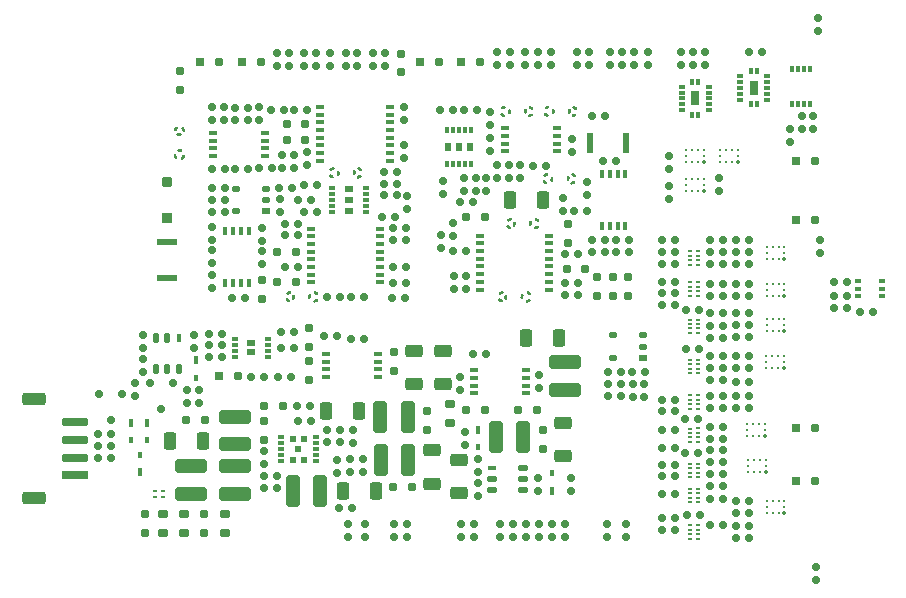
<source format=gbr>
%TF.GenerationSoftware,Altium Limited,Altium Designer,21.9.2 (33)*%
G04 Layer_Color=8421504*
%FSLAX45Y45*%
%MOMM*%
%TF.SameCoordinates,7777544D-92F5-45BF-99EE-D781317D7DBF*%
%TF.FilePolarity,Positive*%
%TF.FileFunction,Paste,Top*%
%TF.Part,Single*%
G01*
G75*
%TA.AperFunction,SMDPad,CuDef*%
G04:AMPARAMS|DCode=17|XSize=0.6mm|YSize=0.6mm|CornerRadius=0.15mm|HoleSize=0mm|Usage=FLASHONLY|Rotation=90.000|XOffset=0mm|YOffset=0mm|HoleType=Round|Shape=RoundedRectangle|*
%AMROUNDEDRECTD17*
21,1,0.60000,0.30000,0,0,90.0*
21,1,0.30000,0.60000,0,0,90.0*
1,1,0.30000,0.15000,0.15000*
1,1,0.30000,0.15000,-0.15000*
1,1,0.30000,-0.15000,-0.15000*
1,1,0.30000,-0.15000,0.15000*
%
%ADD17ROUNDEDRECTD17*%
G04:AMPARAMS|DCode=49|XSize=0.6mm|YSize=0.7mm|CornerRadius=0.15mm|HoleSize=0mm|Usage=FLASHONLY|Rotation=0.000|XOffset=0mm|YOffset=0mm|HoleType=Round|Shape=RoundedRectangle|*
%AMROUNDEDRECTD49*
21,1,0.60000,0.40000,0,0,0.0*
21,1,0.30000,0.70000,0,0,0.0*
1,1,0.30000,0.15000,-0.20000*
1,1,0.30000,-0.15000,-0.20000*
1,1,0.30000,-0.15000,0.20000*
1,1,0.30000,0.15000,0.20000*
%
%ADD49ROUNDEDRECTD49*%
G04:AMPARAMS|DCode=50|XSize=0.6mm|YSize=0.6mm|CornerRadius=0.15mm|HoleSize=0mm|Usage=FLASHONLY|Rotation=0.000|XOffset=0mm|YOffset=0mm|HoleType=Round|Shape=RoundedRectangle|*
%AMROUNDEDRECTD50*
21,1,0.60000,0.30000,0,0,0.0*
21,1,0.30000,0.60000,0,0,0.0*
1,1,0.30000,0.15000,-0.15000*
1,1,0.30000,-0.15000,-0.15000*
1,1,0.30000,-0.15000,0.15000*
1,1,0.30000,0.15000,0.15000*
%
%ADD50ROUNDEDRECTD50*%
%ADD55R,2.20000X0.70000*%
G04:AMPARAMS|DCode=56|XSize=2.2mm|YSize=0.7mm|CornerRadius=0.175mm|HoleSize=0mm|Usage=FLASHONLY|Rotation=180.000|XOffset=0mm|YOffset=0mm|HoleType=Round|Shape=RoundedRectangle|*
%AMROUNDEDRECTD56*
21,1,2.20000,0.35000,0,0,180.0*
21,1,1.85000,0.70000,0,0,180.0*
1,1,0.35000,-0.92500,0.17500*
1,1,0.35000,0.92500,0.17500*
1,1,0.35000,0.92500,-0.17500*
1,1,0.35000,-0.92500,-0.17500*
%
%ADD56ROUNDEDRECTD56*%
G04:AMPARAMS|DCode=57|XSize=2mm|YSize=1.1mm|CornerRadius=0.275mm|HoleSize=0mm|Usage=FLASHONLY|Rotation=180.000|XOffset=0mm|YOffset=0mm|HoleType=Round|Shape=RoundedRectangle|*
%AMROUNDEDRECTD57*
21,1,2.00000,0.55000,0,0,180.0*
21,1,1.45000,1.10000,0,0,180.0*
1,1,0.55000,-0.72500,0.27500*
1,1,0.55000,0.72500,0.27500*
1,1,0.55000,0.72500,-0.27500*
1,1,0.55000,-0.72500,-0.27500*
%
%ADD57ROUNDEDRECTD57*%
%TA.AperFunction,NonConductor*%
%ADD127C,0.25000*%
%ADD128R,0.40000X0.25000*%
%ADD129R,0.50000X0.30000*%
%ADD130R,0.30000X0.50000*%
%ADD131R,0.40000X0.25000*%
%ADD132R,0.60000X0.60000*%
%ADD133R,0.65000X0.40000*%
%ADD134R,0.80000X0.60000*%
%ADD135R,0.50000X0.40000*%
%ADD136R,0.30000X0.55000*%
%ADD137R,0.70000X0.60000*%
%ADD138R,0.70000X0.60000*%
%ADD139R,0.55000X0.30000*%
%ADD140R,0.55000X0.30000*%
%ADD141R,0.40000X0.65000*%
%ADD142R,0.60000X0.70000*%
%ADD143R,0.60000X0.70000*%
%ADD144R,0.30000X0.55000*%
%ADD145R,1.70000X0.55000*%
%ADD146R,0.55000X1.70000*%
%TA.AperFunction,BGAPad,CuDef*%
%ADD147C,0.31000*%
%TA.AperFunction,SMDPad,CuDef*%
G04:AMPARAMS|DCode=148|XSize=0.31mm|YSize=0.31mm|CornerRadius=0.0675mm|HoleSize=0mm|Usage=FLASHONLY|Rotation=180.000|XOffset=0mm|YOffset=0mm|HoleType=Round|Shape=RoundedRectangle|*
%AMROUNDEDRECTD148*
21,1,0.31000,0.17500,0,0,180.0*
21,1,0.17500,0.31000,0,0,180.0*
1,1,0.13500,-0.08750,0.08750*
1,1,0.13500,0.08750,0.08750*
1,1,0.13500,0.08750,-0.08750*
1,1,0.13500,-0.08750,-0.08750*
%
%ADD148ROUNDEDRECTD148*%
G04:AMPARAMS|DCode=149|XSize=0.7mm|YSize=1.2mm|CornerRadius=0.1mm|HoleSize=0mm|Usage=FLASHONLY|Rotation=0.000|XOffset=0mm|YOffset=0mm|HoleType=Round|Shape=RoundedRectangle|*
%AMROUNDEDRECTD149*
21,1,0.70000,1.00000,0,0,0.0*
21,1,0.50000,1.20000,0,0,0.0*
1,1,0.20000,0.25000,-0.50000*
1,1,0.20000,-0.25000,-0.50000*
1,1,0.20000,-0.25000,0.50000*
1,1,0.20000,0.25000,0.50000*
%
%ADD149ROUNDEDRECTD149*%
%ADD150R,0.80000X0.45000*%
G04:AMPARAMS|DCode=151|XSize=0.45mm|YSize=0.8mm|CornerRadius=0.0875mm|HoleSize=0mm|Usage=FLASHONLY|Rotation=90.000|XOffset=0mm|YOffset=0mm|HoleType=Round|Shape=RoundedRectangle|*
%AMROUNDEDRECTD151*
21,1,0.45000,0.62500,0,0,90.0*
21,1,0.27500,0.80000,0,0,90.0*
1,1,0.17500,0.31250,0.13750*
1,1,0.17500,0.31250,-0.13750*
1,1,0.17500,-0.31250,-0.13750*
1,1,0.17500,-0.31250,0.13750*
%
%ADD151ROUNDEDRECTD151*%
%ADD152R,0.45000X0.80000*%
G04:AMPARAMS|DCode=153|XSize=0.45mm|YSize=0.8mm|CornerRadius=0.0875mm|HoleSize=0mm|Usage=FLASHONLY|Rotation=0.000|XOffset=0mm|YOffset=0mm|HoleType=Round|Shape=RoundedRectangle|*
%AMROUNDEDRECTD153*
21,1,0.45000,0.62500,0,0,0.0*
21,1,0.27500,0.80000,0,0,0.0*
1,1,0.17500,0.13750,-0.31250*
1,1,0.17500,-0.13750,-0.31250*
1,1,0.17500,-0.13750,0.31250*
1,1,0.17500,0.13750,0.31250*
%
%ADD153ROUNDEDRECTD153*%
%ADD154R,0.70000X0.50000*%
G04:AMPARAMS|DCode=155|XSize=0.5mm|YSize=0.7mm|CornerRadius=0.1mm|HoleSize=0mm|Usage=FLASHONLY|Rotation=270.000|XOffset=0mm|YOffset=0mm|HoleType=Round|Shape=RoundedRectangle|*
%AMROUNDEDRECTD155*
21,1,0.50000,0.50000,0,0,270.0*
21,1,0.30000,0.70000,0,0,270.0*
1,1,0.20000,-0.25000,-0.15000*
1,1,0.20000,-0.25000,0.15000*
1,1,0.20000,0.25000,0.15000*
1,1,0.20000,0.25000,-0.15000*
%
%ADD155ROUNDEDRECTD155*%
G04:AMPARAMS|DCode=156|XSize=2.7mm|YSize=1.2mm|CornerRadius=0.275mm|HoleSize=0mm|Usage=FLASHONLY|Rotation=90.000|XOffset=0mm|YOffset=0mm|HoleType=Round|Shape=RoundedRectangle|*
%AMROUNDEDRECTD156*
21,1,2.70000,0.65000,0,0,90.0*
21,1,2.15000,1.20000,0,0,90.0*
1,1,0.55000,0.32500,1.07500*
1,1,0.55000,0.32500,-1.07500*
1,1,0.55000,-0.32500,-1.07500*
1,1,0.55000,-0.32500,1.07500*
%
%ADD156ROUNDEDRECTD156*%
G04:AMPARAMS|DCode=157|XSize=2.7mm|YSize=1.2mm|CornerRadius=0.275mm|HoleSize=0mm|Usage=FLASHONLY|Rotation=0.000|XOffset=0mm|YOffset=0mm|HoleType=Round|Shape=RoundedRectangle|*
%AMROUNDEDRECTD157*
21,1,2.70000,0.65000,0,0,0.0*
21,1,2.15000,1.20000,0,0,0.0*
1,1,0.55000,1.07500,-0.32500*
1,1,0.55000,-1.07500,-0.32500*
1,1,0.55000,-1.07500,0.32500*
1,1,0.55000,1.07500,0.32500*
%
%ADD157ROUNDEDRECTD157*%
G04:AMPARAMS|DCode=158|XSize=0.8mm|YSize=0.7mm|CornerRadius=0.15mm|HoleSize=0mm|Usage=FLASHONLY|Rotation=180.000|XOffset=0mm|YOffset=0mm|HoleType=Round|Shape=RoundedRectangle|*
%AMROUNDEDRECTD158*
21,1,0.80000,0.40000,0,0,180.0*
21,1,0.50000,0.70000,0,0,180.0*
1,1,0.30000,-0.25000,0.20000*
1,1,0.30000,0.25000,0.20000*
1,1,0.30000,0.25000,-0.20000*
1,1,0.30000,-0.25000,-0.20000*
%
%ADD158ROUNDEDRECTD158*%
%ADD159R,0.70000X0.70000*%
G04:AMPARAMS|DCode=160|XSize=0.7mm|YSize=0.7mm|CornerRadius=0.15mm|HoleSize=0mm|Usage=FLASHONLY|Rotation=90.000|XOffset=0mm|YOffset=0mm|HoleType=Round|Shape=RoundedRectangle|*
%AMROUNDEDRECTD160*
21,1,0.70000,0.40000,0,0,90.0*
21,1,0.40000,0.70000,0,0,90.0*
1,1,0.30000,0.20000,0.20000*
1,1,0.30000,0.20000,-0.20000*
1,1,0.30000,-0.20000,-0.20000*
1,1,0.30000,-0.20000,0.20000*
%
%ADD160ROUNDEDRECTD160*%
%ADD161R,0.40000X0.60000*%
G04:AMPARAMS|DCode=162|XSize=0.4mm|YSize=0.6mm|CornerRadius=0.075mm|HoleSize=0mm|Usage=FLASHONLY|Rotation=180.000|XOffset=0mm|YOffset=0mm|HoleType=Round|Shape=RoundedRectangle|*
%AMROUNDEDRECTD162*
21,1,0.40000,0.45000,0,0,180.0*
21,1,0.25000,0.60000,0,0,180.0*
1,1,0.15000,-0.12500,0.22500*
1,1,0.15000,0.12500,0.22500*
1,1,0.15000,0.12500,-0.22500*
1,1,0.15000,-0.12500,-0.22500*
%
%ADD162ROUNDEDRECTD162*%
%ADD163R,0.90000X0.90000*%
G04:AMPARAMS|DCode=164|XSize=0.9mm|YSize=0.9mm|CornerRadius=0.175mm|HoleSize=0mm|Usage=FLASHONLY|Rotation=180.000|XOffset=0mm|YOffset=0mm|HoleType=Round|Shape=RoundedRectangle|*
%AMROUNDEDRECTD164*
21,1,0.90000,0.55000,0,0,180.0*
21,1,0.55000,0.90000,0,0,180.0*
1,1,0.35000,-0.27500,0.27500*
1,1,0.35000,0.27500,0.27500*
1,1,0.35000,0.27500,-0.27500*
1,1,0.35000,-0.27500,-0.27500*
%
%ADD164ROUNDEDRECTD164*%
G04:AMPARAMS|DCode=165|XSize=1.45mm|YSize=1.05mm|CornerRadius=0.2125mm|HoleSize=0mm|Usage=FLASHONLY|Rotation=0.000|XOffset=0mm|YOffset=0mm|HoleType=Round|Shape=RoundedRectangle|*
%AMROUNDEDRECTD165*
21,1,1.45000,0.62500,0,0,0.0*
21,1,1.02500,1.05000,0,0,0.0*
1,1,0.42500,0.51250,-0.31250*
1,1,0.42500,-0.51250,-0.31250*
1,1,0.42500,-0.51250,0.31250*
1,1,0.42500,0.51250,0.31250*
%
%ADD165ROUNDEDRECTD165*%
G04:AMPARAMS|DCode=166|XSize=1.45mm|YSize=1.05mm|CornerRadius=0.2125mm|HoleSize=0mm|Usage=FLASHONLY|Rotation=270.000|XOffset=0mm|YOffset=0mm|HoleType=Round|Shape=RoundedRectangle|*
%AMROUNDEDRECTD166*
21,1,1.45000,0.62500,0,0,270.0*
21,1,1.02500,1.05000,0,0,270.0*
1,1,0.42500,-0.31250,-0.51250*
1,1,0.42500,-0.31250,0.51250*
1,1,0.42500,0.31250,0.51250*
1,1,0.42500,0.31250,-0.51250*
%
%ADD166ROUNDEDRECTD166*%
G04:AMPARAMS|DCode=167|XSize=0.7mm|YSize=0.7mm|CornerRadius=0.15mm|HoleSize=0mm|Usage=FLASHONLY|Rotation=180.000|XOffset=0mm|YOffset=0mm|HoleType=Round|Shape=RoundedRectangle|*
%AMROUNDEDRECTD167*
21,1,0.70000,0.40000,0,0,180.0*
21,1,0.40000,0.70000,0,0,180.0*
1,1,0.30000,-0.20000,0.20000*
1,1,0.30000,0.20000,0.20000*
1,1,0.30000,0.20000,-0.20000*
1,1,0.30000,-0.20000,-0.20000*
%
%ADD167ROUNDEDRECTD167*%
D17*
X3750000Y2710000D02*
D03*
X3860000D02*
D03*
X6995000Y1609999D02*
D03*
X7105000D02*
D03*
X6995000Y1000000D02*
D03*
X7105000D02*
D03*
X6995000Y1310000D02*
D03*
X7105000D02*
D03*
X6995000Y2109999D02*
D03*
X7105000D02*
D03*
X6995000Y1770000D02*
D03*
X7105000D02*
D03*
X6995000Y2570000D02*
D03*
X7105000D02*
D03*
X6995000Y2719999D02*
D03*
X7105000D02*
D03*
X6995000Y2819999D02*
D03*
X7105000D02*
D03*
X6995000Y2989999D02*
D03*
X7105000D02*
D03*
X6995000Y3089999D02*
D03*
X7105000D02*
D03*
X8045000Y2620000D02*
D03*
X8155000D02*
D03*
X8045000Y2720000D02*
D03*
X8155000D02*
D03*
X3865000Y1580000D02*
D03*
X3755000D02*
D03*
Y1480000D02*
D03*
X3865000D02*
D03*
X3105000Y2030000D02*
D03*
X3215000D02*
D03*
X1925000Y1550000D02*
D03*
X1815000D02*
D03*
Y1450000D02*
D03*
X1925000D02*
D03*
X2755000Y2400000D02*
D03*
X2865000D02*
D03*
X2755000Y2300000D02*
D03*
X2865000D02*
D03*
Y2200000D02*
D03*
X2755000D02*
D03*
X3365000Y2280000D02*
D03*
X3475000D02*
D03*
X6995000Y1509999D02*
D03*
X7105000D02*
D03*
X6995000Y2009999D02*
D03*
X7105000D02*
D03*
X6995000Y1110000D02*
D03*
X7105000D02*
D03*
X6995000Y2360000D02*
D03*
X7105000D02*
D03*
X7215000Y770000D02*
D03*
X7325000D02*
D03*
X6995000Y779999D02*
D03*
X7105000D02*
D03*
X6695000Y739999D02*
D03*
X6585001D02*
D03*
X6995000Y1210000D02*
D03*
X7105000D02*
D03*
X6695000Y1190000D02*
D03*
X6585000D02*
D03*
X7215000Y980000D02*
D03*
X7325000D02*
D03*
X6695000Y1040000D02*
D03*
X6585000D02*
D03*
X6695000Y1290000D02*
D03*
X6585000D02*
D03*
X6694996Y1579214D02*
D03*
X6584996D02*
D03*
X7215000Y1769999D02*
D03*
X7325000D02*
D03*
X6695000Y1739999D02*
D03*
X6585001D02*
D03*
X7215000Y2109999D02*
D03*
X7325000D02*
D03*
X7215000Y2209999D02*
D03*
X7325000D02*
D03*
X6995000D02*
D03*
X7105000D02*
D03*
X7215000Y2469999D02*
D03*
X7325000D02*
D03*
X6995000Y2460000D02*
D03*
X7105000D02*
D03*
X7215000Y2569999D02*
D03*
X7325000D02*
D03*
X7215000Y2719999D02*
D03*
X7325000D02*
D03*
X6695000Y2739999D02*
D03*
X6585001D02*
D03*
X7215000Y2819999D02*
D03*
X7325000D02*
D03*
X6695000Y2839999D02*
D03*
X6585001D02*
D03*
X7215000Y2989999D02*
D03*
X7325000D02*
D03*
X6695000D02*
D03*
X6585001D02*
D03*
X7215000Y3089999D02*
D03*
X7325000D02*
D03*
X6695000D02*
D03*
X6585001D02*
D03*
X3055000Y2700000D02*
D03*
X2945000D02*
D03*
X3665000Y3430000D02*
D03*
X3555000D02*
D03*
X3615000Y3530000D02*
D03*
X3505000D02*
D03*
X4315000Y2960000D02*
D03*
X4425000D02*
D03*
X3665000Y3660000D02*
D03*
X3555000D02*
D03*
X4215000Y3390000D02*
D03*
X4325000D02*
D03*
X4065000Y2710000D02*
D03*
X3955000D02*
D03*
X2885000Y3630000D02*
D03*
X2775000D02*
D03*
X3085000Y4310000D02*
D03*
X2975000D02*
D03*
X3175000Y3800000D02*
D03*
X3285000D02*
D03*
X4415000Y2700000D02*
D03*
X4305000D02*
D03*
X4815000Y3100000D02*
D03*
X4925000D02*
D03*
X5955000Y3440000D02*
D03*
X5845000D02*
D03*
X5995000Y4240000D02*
D03*
X6105000D02*
D03*
X4815000Y4290000D02*
D03*
X4705000D02*
D03*
X4915000D02*
D03*
X5025000D02*
D03*
X5495000Y3820000D02*
D03*
X5605000D02*
D03*
X6585000Y840000D02*
D03*
X6695000D02*
D03*
X7215000Y670000D02*
D03*
X7325000D02*
D03*
X7215000Y1870000D02*
D03*
X7325000D02*
D03*
X6795000Y2270000D02*
D03*
X6905000D02*
D03*
X7105000Y1870000D02*
D03*
X6995000D02*
D03*
X4065000Y2350000D02*
D03*
X3955000D02*
D03*
X6800000Y859999D02*
D03*
X6910000D02*
D03*
X6785000Y1390000D02*
D03*
X6895000D02*
D03*
X7435000Y4780000D02*
D03*
X7325000D02*
D03*
X7215000Y3190000D02*
D03*
X7325000D02*
D03*
X7215000Y880000D02*
D03*
X7325000D02*
D03*
X7215000Y1990000D02*
D03*
X7325000D02*
D03*
X7215000Y2370000D02*
D03*
X7325000D02*
D03*
X6995000Y1410000D02*
D03*
X7105000D02*
D03*
X8265000Y2580000D02*
D03*
X8375000D02*
D03*
X3965000Y920000D02*
D03*
X3855000D02*
D03*
X3505000Y1660000D02*
D03*
X3615000D02*
D03*
X3495000Y1790000D02*
D03*
X3605000D02*
D03*
X7105000Y3189999D02*
D03*
X6995000D02*
D03*
X3325000Y1090000D02*
D03*
X3215000D02*
D03*
Y1190000D02*
D03*
X3325000D02*
D03*
X3725000Y2380000D02*
D03*
X3835000D02*
D03*
X5095000Y2230000D02*
D03*
X4985000D02*
D03*
X1815000Y1350000D02*
D03*
X1925000D02*
D03*
X3475000Y2410000D02*
D03*
X3365000D02*
D03*
X6135000Y1970000D02*
D03*
X6245000D02*
D03*
X6135000Y2070000D02*
D03*
X6245000D02*
D03*
X6445000D02*
D03*
X6335000D02*
D03*
X8045000Y2840000D02*
D03*
X8155000D02*
D03*
X6585001Y3189999D02*
D03*
X6695000D02*
D03*
X6585001Y2640000D02*
D03*
X6695000D02*
D03*
X6585001Y1839999D02*
D03*
X6695000D02*
D03*
X6585000Y1430000D02*
D03*
X6695000D02*
D03*
X6785000Y1680000D02*
D03*
X6895000D02*
D03*
X6795000Y2600000D02*
D03*
X6905000D02*
D03*
X6135000Y1870000D02*
D03*
X6245000D02*
D03*
X3085000Y3790000D02*
D03*
X2975000D02*
D03*
X2775000D02*
D03*
X2885000D02*
D03*
X3395000Y3330000D02*
D03*
X3505000D02*
D03*
X3395000Y3230000D02*
D03*
X3505000D02*
D03*
X4425000Y3190000D02*
D03*
X4315000D02*
D03*
X4425000Y3290000D02*
D03*
X4315000D02*
D03*
X3275000Y4290000D02*
D03*
X3385000D02*
D03*
X3475000D02*
D03*
X3585000D02*
D03*
X3445000Y2030000D02*
D03*
X3335000D02*
D03*
X2775000Y3430000D02*
D03*
X2885000D02*
D03*
X4345000Y3570000D02*
D03*
X4235000D02*
D03*
X3395000Y2960000D02*
D03*
X3505000D02*
D03*
X4345000Y3770000D02*
D03*
X4235000D02*
D03*
X4345000Y3670000D02*
D03*
X4235000D02*
D03*
X3455000Y3630000D02*
D03*
X3345000D02*
D03*
X2775000Y3530000D02*
D03*
X2885000D02*
D03*
X3085000Y4210000D02*
D03*
X2975000D02*
D03*
X4425000Y2830000D02*
D03*
X4315000D02*
D03*
X5875000Y2730000D02*
D03*
X5765000D02*
D03*
X5875000Y2830000D02*
D03*
X5765000D02*
D03*
X6105000Y3090000D02*
D03*
X5995000D02*
D03*
X6105000Y3190000D02*
D03*
X5995000D02*
D03*
X6195000Y3090000D02*
D03*
X6305000D02*
D03*
X6195000Y3190000D02*
D03*
X6305000D02*
D03*
X4985000Y3510000D02*
D03*
X4875000D02*
D03*
X5875000Y3070000D02*
D03*
X5765000D02*
D03*
X6085000Y3860000D02*
D03*
X6195000D02*
D03*
D49*
X2015000Y1890000D02*
D03*
X1825000D02*
D03*
X1920000Y1670000D02*
D03*
X2445000Y1980000D02*
D03*
X2255000D02*
D03*
X2350000Y1760000D02*
D03*
D50*
X6470000Y4785000D02*
D03*
Y4675000D02*
D03*
X6350000D02*
D03*
Y4785000D02*
D03*
X6250000D02*
D03*
Y4675000D02*
D03*
X6150000D02*
D03*
Y4785000D02*
D03*
X3970000Y1475000D02*
D03*
Y1585000D02*
D03*
X3950000Y1335000D02*
D03*
Y1225000D02*
D03*
X5820000Y1065000D02*
D03*
Y1175000D02*
D03*
X5030000Y1025000D02*
D03*
Y1135000D02*
D03*
Y1225000D02*
D03*
Y1335000D02*
D03*
X3560000Y4665000D02*
D03*
Y4775000D02*
D03*
X2130000Y1985000D02*
D03*
Y1875000D02*
D03*
X2190000Y2075000D02*
D03*
Y2185000D02*
D03*
Y2385000D02*
D03*
Y2275000D02*
D03*
X2570000Y1810000D02*
D03*
Y1920000D02*
D03*
X5190000Y4675000D02*
D03*
Y4785000D02*
D03*
X3330000Y4665000D02*
D03*
Y4775000D02*
D03*
X5300000Y4675000D02*
D03*
Y4785000D02*
D03*
X3430000Y4665000D02*
D03*
Y4775000D02*
D03*
X4320000Y676000D02*
D03*
Y786000D02*
D03*
X4430000Y676000D02*
D03*
Y786000D02*
D03*
X5970000Y4785000D02*
D03*
Y4675000D02*
D03*
X5870000Y4785000D02*
D03*
Y4675000D02*
D03*
X6280000Y675000D02*
D03*
Y785000D02*
D03*
X6340000Y1975000D02*
D03*
Y1865000D02*
D03*
X6120000Y675000D02*
D03*
Y785000D02*
D03*
X6750000Y4675000D02*
D03*
Y4785000D02*
D03*
X6850000Y4675000D02*
D03*
Y4785000D02*
D03*
X5770000Y675000D02*
D03*
Y785000D02*
D03*
X5660000Y675000D02*
D03*
Y785000D02*
D03*
X5550000D02*
D03*
Y675000D02*
D03*
X5440000D02*
D03*
Y785000D02*
D03*
X5540000Y4785000D02*
D03*
Y4675000D02*
D03*
X5330000Y675000D02*
D03*
Y785000D02*
D03*
X5220000Y675000D02*
D03*
Y785000D02*
D03*
X5430000Y4675000D02*
D03*
Y4785000D02*
D03*
X5000000Y675000D02*
D03*
Y785000D02*
D03*
X5650000Y4785000D02*
D03*
Y4675000D02*
D03*
X4890000Y675000D02*
D03*
Y785000D02*
D03*
X4070000Y676000D02*
D03*
Y786000D02*
D03*
X3930000D02*
D03*
Y676000D02*
D03*
X4240000Y4775000D02*
D03*
Y4665000D02*
D03*
X4140000D02*
D03*
Y4775000D02*
D03*
X4010000D02*
D03*
Y4665000D02*
D03*
X3910000D02*
D03*
Y4775000D02*
D03*
X3780000D02*
D03*
Y4665000D02*
D03*
X6440000Y1975000D02*
D03*
Y1865000D02*
D03*
X7670000Y4135000D02*
D03*
Y4025000D02*
D03*
X7770000Y4245000D02*
D03*
Y4135000D02*
D03*
X3180000Y4315000D02*
D03*
Y4205000D02*
D03*
X4400000Y3995000D02*
D03*
Y3885000D02*
D03*
X2880000Y4205000D02*
D03*
Y4315000D02*
D03*
X3470000Y3915000D02*
D03*
Y3805000D02*
D03*
X5950000Y3685000D02*
D03*
Y3575000D02*
D03*
X4720000Y3125000D02*
D03*
Y3235000D02*
D03*
X4730000Y3695000D02*
D03*
Y3585000D02*
D03*
X5130000Y4275000D02*
D03*
Y4165000D02*
D03*
X5390000Y3825000D02*
D03*
Y3715000D02*
D03*
X6950000Y4675000D02*
D03*
Y4785000D02*
D03*
X2670000Y1920000D02*
D03*
Y1810000D02*
D03*
X7070000Y3605000D02*
D03*
Y3715000D02*
D03*
X6650000Y3535000D02*
D03*
Y3645000D02*
D03*
X7930000Y3195000D02*
D03*
Y3085000D02*
D03*
X7890000Y425000D02*
D03*
Y315000D02*
D03*
X7910000Y5075000D02*
D03*
Y4965000D02*
D03*
X3840000Y1325000D02*
D03*
Y1215000D02*
D03*
X3220000Y1295000D02*
D03*
Y1405000D02*
D03*
X4060000Y1335000D02*
D03*
Y1225000D02*
D03*
X5540000Y1065000D02*
D03*
Y1175000D02*
D03*
X5550000Y2045000D02*
D03*
Y1935000D02*
D03*
X4880000Y2035000D02*
D03*
Y1925000D02*
D03*
X3660000Y4665000D02*
D03*
Y4775000D02*
D03*
X4920000Y1565000D02*
D03*
Y1455000D02*
D03*
X2630000Y2385000D02*
D03*
Y2275000D02*
D03*
X7870000Y4135000D02*
D03*
Y4245000D02*
D03*
X6650000Y3795000D02*
D03*
Y3905000D02*
D03*
X5750000Y3545000D02*
D03*
Y3435000D02*
D03*
X4400000Y4205000D02*
D03*
Y4315000D02*
D03*
X3200000Y2985000D02*
D03*
Y3095000D02*
D03*
Y3295000D02*
D03*
Y3185000D02*
D03*
X2780000Y2995000D02*
D03*
Y3105000D02*
D03*
Y3305000D02*
D03*
Y3195000D02*
D03*
X3350000Y3425000D02*
D03*
Y3535000D02*
D03*
X4430000Y3565000D02*
D03*
Y3455000D02*
D03*
X2780000Y2785000D02*
D03*
Y2895000D02*
D03*
X3580000Y3825000D02*
D03*
Y3935000D02*
D03*
X2780000Y4315000D02*
D03*
Y4205000D02*
D03*
X3370000Y3915000D02*
D03*
Y3805000D02*
D03*
X4830000Y2885000D02*
D03*
Y2775000D02*
D03*
X4930000Y2885000D02*
D03*
Y2775000D02*
D03*
X5190000Y3715000D02*
D03*
Y3825000D02*
D03*
X5290000Y3715000D02*
D03*
Y3825000D02*
D03*
X4910000Y3605000D02*
D03*
Y3715000D02*
D03*
X5100000Y3605000D02*
D03*
Y3715000D02*
D03*
X5010000D02*
D03*
Y3605000D02*
D03*
X5830000Y3935000D02*
D03*
Y4045000D02*
D03*
X4820000Y3335000D02*
D03*
Y3225000D02*
D03*
X5130000Y3945000D02*
D03*
Y4055000D02*
D03*
D55*
X1620000Y1200000D02*
D03*
D56*
Y1350000D02*
D03*
Y1500000D02*
D03*
Y1650000D02*
D03*
D57*
X1270000Y1845000D02*
D03*
Y1005000D02*
D03*
D127*
X2515120Y3947832D02*
G03*
X2495525Y3949546I-12997J-35708D01*
G01*
X2526549Y3883014D02*
G03*
X2537832Y3899127I-24426J29110D01*
G01*
X2464701Y3905525D02*
G03*
X2473014Y3887698I37423J6599D01*
G01*
X2489135Y4086415D02*
G03*
X2508730Y4084701I12997J35708D01*
G01*
X2477764Y4139233D02*
G03*
X2466481Y4123120I24426J-29110D01*
G01*
X2539546Y4116722D02*
G03*
X2531233Y4134550I-37423J-6599D01*
G01*
X3604292Y2722997D02*
G03*
X3602578Y2703401I35708J-12997D01*
G01*
X3669110Y2734426D02*
G03*
X3652997Y2745708I-29110J-24426D01*
G01*
X3646599Y2672577D02*
G03*
X3664426Y2680890I-6599J37423D01*
G01*
X3465708Y2697011D02*
G03*
X3467423Y2716607I-35708J12997D01*
G01*
X3412890Y2685640D02*
G03*
X3429003Y2674358I29110J24426D01*
G01*
X3435401Y2747422D02*
G03*
X3417574Y2739110I6599J-37423D01*
G01*
X3845708Y3747003D02*
G03*
X3847423Y3766599I-35708J12997D01*
G01*
X3780890Y3735574D02*
G03*
X3797003Y3724292I29110J24426D01*
G01*
X3803401Y3797422D02*
G03*
X3785574Y3789110I6599J-37423D01*
G01*
X3984292Y3772988D02*
G03*
X3982578Y3753393I35708J-12997D01*
G01*
X4037110Y3784359D02*
G03*
X4020997Y3795642I-29110J-24426D01*
G01*
X4014599Y3722577D02*
G03*
X4032426Y3730890I-6599J37423D01*
G01*
X5404292Y2722997D02*
G03*
X5402577Y2703401I35708J-12997D01*
G01*
X5469110Y2734426D02*
G03*
X5452997Y2745708I-29110J-24426D01*
G01*
X5446599Y2672577D02*
G03*
X5464426Y2680890I-6599J37423D01*
G01*
X5265708Y2697011D02*
G03*
X5267423Y2716607I-35708J12997D01*
G01*
X5212890Y2685640D02*
G03*
X5229003Y2674358I29110J24426D01*
G01*
X5235401Y2747422D02*
G03*
X5217574Y2739110I6599J-37423D01*
G01*
X5474292Y3342997D02*
G03*
X5472578Y3323401I35708J-12997D01*
G01*
X5539110Y3354426D02*
G03*
X5522997Y3365708I-29110J-24426D01*
G01*
X5516599Y3292577D02*
G03*
X5534426Y3300890I-6599J37423D01*
G01*
X5335708Y3317011D02*
G03*
X5337423Y3336607I-35708J12997D01*
G01*
X5282890Y3305640D02*
G03*
X5299003Y3294358I29110J24426D01*
G01*
X5305401Y3367423D02*
G03*
X5287574Y3359110I6599J-37423D01*
G01*
X5665708Y4267003D02*
G03*
X5667422Y4286599I-35708J12997D01*
G01*
X5600890Y4255574D02*
G03*
X5617003Y4244292I29110J24426D01*
G01*
X5623401Y4317423D02*
G03*
X5605574Y4309110I6599J-37423D01*
G01*
X5804292Y4292989D02*
G03*
X5802577Y4273393I35708J-12997D01*
G01*
X5857110Y4304360D02*
G03*
X5840997Y4315642I-29110J-24426D01*
G01*
X5834599Y4242577D02*
G03*
X5852426Y4250890I-6599J37423D01*
G01*
X5295708Y4267003D02*
G03*
X5297422Y4286599I-35708J12997D01*
G01*
X5230890Y4255574D02*
G03*
X5247003Y4244292I29110J24426D01*
G01*
X5253401Y4317423D02*
G03*
X5235574Y4309110I6599J-37423D01*
G01*
X5434292Y4292989D02*
G03*
X5432577Y4273393I35708J-12997D01*
G01*
X5487110Y4304360D02*
G03*
X5470997Y4315642I-29110J-24426D01*
G01*
X5464599Y4242577D02*
G03*
X5482426Y4250890I-6599J37423D01*
G01*
X5655708Y3697003D02*
G03*
X5657423Y3716599I-35708J12997D01*
G01*
X5590890Y3685574D02*
G03*
X5607003Y3674292I29110J24426D01*
G01*
X5613401Y3747423D02*
G03*
X5595574Y3739110I6599J-37423D01*
G01*
X5794292Y3722988D02*
G03*
X5792577Y3703393I35708J-12997D01*
G01*
X5847110Y3734360D02*
G03*
X5830997Y3745642I-29110J-24426D01*
G01*
X5824599Y3672577D02*
G03*
X5842426Y3680890I-6599J37423D01*
G01*
D128*
X2367000Y1064500D02*
D03*
Y1015500D02*
D03*
X2293000D02*
D03*
Y1064500D02*
D03*
D129*
X6755000Y4490000D02*
D03*
Y4440000D02*
D03*
Y4390000D02*
D03*
Y4340000D02*
D03*
Y4290000D02*
D03*
X6985000D02*
D03*
Y4340000D02*
D03*
Y4390000D02*
D03*
Y4440000D02*
D03*
Y4490000D02*
D03*
X7479997Y4580001D02*
D03*
Y4530001D02*
D03*
Y4480001D02*
D03*
Y4430001D02*
D03*
Y4380001D02*
D03*
X7249997D02*
D03*
Y4430001D02*
D03*
Y4480001D02*
D03*
Y4530001D02*
D03*
Y4580001D02*
D03*
X3660000Y1520000D02*
D03*
Y1470000D02*
D03*
Y1420000D02*
D03*
Y1370000D02*
D03*
Y1320000D02*
D03*
X3360000D02*
D03*
Y1370000D02*
D03*
Y1420000D02*
D03*
Y1470000D02*
D03*
Y1520000D02*
D03*
X2969999Y2354999D02*
D03*
Y2304999D02*
D03*
Y2255000D02*
D03*
Y2205000D02*
D03*
X3249999D02*
D03*
Y2255000D02*
D03*
Y2304999D02*
D03*
Y2355000D02*
D03*
D130*
X6845000Y4530000D02*
D03*
X6895000D02*
D03*
X6845000Y4250000D02*
D03*
X6895000D02*
D03*
X7389998Y4340000D02*
D03*
X7339998D02*
D03*
X7389998Y4620000D02*
D03*
X7339998D02*
D03*
D131*
X6895614Y701056D02*
D03*
Y738867D02*
D03*
Y775841D02*
D03*
Y664349D02*
D03*
X6824500Y738944D02*
D03*
Y701133D02*
D03*
Y664158D02*
D03*
Y775651D02*
D03*
X6895614Y1521055D02*
D03*
Y1558866D02*
D03*
Y1595840D02*
D03*
X6895614Y1484348D02*
D03*
X6824500Y1558943D02*
D03*
Y1521132D02*
D03*
Y1484157D02*
D03*
Y1595650D02*
D03*
X6895614Y1801056D02*
D03*
Y1838867D02*
D03*
Y1875841D02*
D03*
Y1764349D02*
D03*
X6824500Y1838944D02*
D03*
Y1801133D02*
D03*
Y1764158D02*
D03*
Y1875651D02*
D03*
X6895614Y1011056D02*
D03*
Y1048867D02*
D03*
Y1085841D02*
D03*
Y974349D02*
D03*
X6824500Y1048944D02*
D03*
Y1011133D02*
D03*
Y974158D02*
D03*
Y1085651D02*
D03*
X6895614Y2101055D02*
D03*
Y2138866D02*
D03*
Y2175841D02*
D03*
X6895614Y2064348D02*
D03*
X6824500Y2138943D02*
D03*
Y2101132D02*
D03*
Y2064158D02*
D03*
Y2175651D02*
D03*
X6895614Y1221055D02*
D03*
Y1258866D02*
D03*
Y1295840D02*
D03*
X6895614Y1184348D02*
D03*
X6824500Y1258943D02*
D03*
Y1221132D02*
D03*
Y1184157D02*
D03*
Y1295650D02*
D03*
X6895614Y2443555D02*
D03*
Y2481366D02*
D03*
Y2518341D02*
D03*
X6895614Y2406848D02*
D03*
X6824500Y2481443D02*
D03*
Y2443632D02*
D03*
Y2406658D02*
D03*
Y2518151D02*
D03*
X6895614Y2758555D02*
D03*
Y2796367D02*
D03*
Y2833341D02*
D03*
X6895614Y2721848D02*
D03*
X6824500Y2796443D02*
D03*
Y2758632D02*
D03*
Y2721658D02*
D03*
Y2833151D02*
D03*
X6895614Y3021055D02*
D03*
Y3058866D02*
D03*
Y3095841D02*
D03*
X6895614Y2984348D02*
D03*
X6824500Y3058943D02*
D03*
Y3021132D02*
D03*
Y2984158D02*
D03*
Y3095651D02*
D03*
D132*
X3510000Y1420000D02*
D03*
X3560000Y1510000D02*
D03*
X3460000D02*
D03*
X3560000Y1330000D02*
D03*
X3460000D02*
D03*
D133*
X3740000Y2227508D02*
D03*
Y2162500D02*
D03*
Y2097500D02*
D03*
Y2032500D02*
D03*
X4180000D02*
D03*
Y2097500D02*
D03*
Y2162500D02*
D03*
Y2227500D02*
D03*
X5000000Y2087509D02*
D03*
Y2022500D02*
D03*
Y1957500D02*
D03*
Y1892500D02*
D03*
X5440000D02*
D03*
Y1957500D02*
D03*
Y2022500D02*
D03*
Y2087500D02*
D03*
X4205000Y2832500D02*
D03*
Y2897500D02*
D03*
Y2962500D02*
D03*
Y3027500D02*
D03*
Y3092500D02*
D03*
Y3157500D02*
D03*
Y3222500D02*
D03*
Y3287500D02*
D03*
X3615000Y3287492D02*
D03*
Y3222491D02*
D03*
Y3157491D02*
D03*
Y3092492D02*
D03*
Y3027492D02*
D03*
Y2962491D02*
D03*
Y2897491D02*
D03*
Y2832492D02*
D03*
X4285000Y3862500D02*
D03*
Y3927500D02*
D03*
Y3992500D02*
D03*
Y4057500D02*
D03*
Y4122500D02*
D03*
Y4187500D02*
D03*
Y4252500D02*
D03*
Y4317500D02*
D03*
X3695000Y4317492D02*
D03*
Y4252491D02*
D03*
Y4187491D02*
D03*
Y4122492D02*
D03*
Y4057492D02*
D03*
Y3992491D02*
D03*
Y3927491D02*
D03*
Y3862492D02*
D03*
X3229996Y3902491D02*
D03*
Y3967503D02*
D03*
Y4032496D02*
D03*
Y4097500D02*
D03*
X2790003D02*
D03*
Y4032496D02*
D03*
Y3967503D02*
D03*
Y3902500D02*
D03*
X5045000Y3227496D02*
D03*
Y3162500D02*
D03*
Y3097500D02*
D03*
Y3032496D02*
D03*
Y2967503D02*
D03*
Y2902500D02*
D03*
Y2837500D02*
D03*
Y2772503D02*
D03*
X5635000Y2772508D02*
D03*
Y2837512D02*
D03*
Y2902512D02*
D03*
Y2967507D02*
D03*
Y3032508D02*
D03*
Y3097505D02*
D03*
Y3162505D02*
D03*
Y3227507D02*
D03*
X5699996Y3942491D02*
D03*
Y4007503D02*
D03*
Y4072496D02*
D03*
Y4137499D02*
D03*
X5260003D02*
D03*
Y4072496D02*
D03*
Y4007503D02*
D03*
Y3942500D02*
D03*
D134*
X3109999Y2319999D02*
D03*
Y2240000D02*
D03*
D135*
X8450265Y2714551D02*
D03*
Y2779551D02*
D03*
Y2844548D02*
D03*
X8250265D02*
D03*
Y2779551D02*
D03*
Y2714551D02*
D03*
D136*
X7839998Y4342500D02*
D03*
X7789999D02*
D03*
X7740001Y4342501D02*
D03*
X7689999Y4342500D02*
D03*
Y4637498D02*
D03*
X7739999Y4637500D02*
D03*
X7789999D02*
D03*
X7839998Y4637499D02*
D03*
D137*
X3940000Y3440000D02*
D03*
Y3530000D02*
D03*
D138*
Y3620000D02*
D03*
D139*
X4082500Y3630000D02*
D03*
Y3580000D02*
D03*
Y3430000D02*
D03*
X3797500D02*
D03*
Y3580000D02*
D03*
Y3630000D02*
D03*
D140*
X4082500Y3530000D02*
D03*
Y3480000D02*
D03*
X3797500D02*
D03*
Y3530000D02*
D03*
D141*
X2892491Y2830001D02*
D03*
X2957499Y2830002D02*
D03*
X3022497Y2830000D02*
D03*
X3087499Y2830001D02*
D03*
X3087500Y3269998D02*
D03*
X3022499D02*
D03*
X2957501Y3270000D02*
D03*
X2892500Y3269998D02*
D03*
X6277508Y3749998D02*
D03*
X6212498Y3750000D02*
D03*
X6147500Y3749998D02*
D03*
X6082499D02*
D03*
X6082500Y3310001D02*
D03*
X6147502Y3310000D02*
D03*
X6212500Y3310002D02*
D03*
X6277500Y3310001D02*
D03*
D142*
X4780000Y3980000D02*
D03*
X4869999D02*
D03*
D143*
X4959998Y3980000D02*
D03*
D144*
X4969999Y3837501D02*
D03*
X4919999D02*
D03*
X4870000Y3837500D02*
D03*
X4820001Y3837501D02*
D03*
X4770001D02*
D03*
X4770001Y4122498D02*
D03*
X4820001D02*
D03*
X4870000Y4122499D02*
D03*
X4919999Y4122499D02*
D03*
X4969999D02*
D03*
D145*
X2400000Y3172499D02*
D03*
X2400001Y2867501D02*
D03*
D146*
X5977501Y4010000D02*
D03*
X6282499Y4010000D02*
D03*
D147*
X7310002Y1630000D02*
D03*
X7360002D02*
D03*
X7410002D02*
D03*
X7460002D02*
D03*
X7310002Y1580000D02*
D03*
X7460002D02*
D03*
X7310002Y1530000D02*
D03*
X7360002D02*
D03*
X7410002D02*
D03*
X7315000Y1329999D02*
D03*
X7365000D02*
D03*
X7415000D02*
D03*
X7465000D02*
D03*
X7315000Y1279999D02*
D03*
X7465000D02*
D03*
X7315000Y1229999D02*
D03*
X7365000D02*
D03*
X7415000D02*
D03*
X7475000Y979999D02*
D03*
X7525000D02*
D03*
X7575000D02*
D03*
X7625000D02*
D03*
X7475000Y929999D02*
D03*
X7625000D02*
D03*
X7475000Y879999D02*
D03*
X7525000D02*
D03*
X7575000D02*
D03*
X7080000Y3950000D02*
D03*
X7130000D02*
D03*
X7180000D02*
D03*
X7230000D02*
D03*
X7080000Y3900000D02*
D03*
X7230000D02*
D03*
X7080000Y3850000D02*
D03*
X7130000D02*
D03*
X7180000D02*
D03*
X6795000Y3950000D02*
D03*
X6845000D02*
D03*
X6895000D02*
D03*
X6945000D02*
D03*
X6795000Y3900000D02*
D03*
X6945000D02*
D03*
X6795000Y3850000D02*
D03*
X6845000D02*
D03*
X6895000D02*
D03*
X7575001Y2419999D02*
D03*
X7525000D02*
D03*
X7475001D02*
D03*
X7625000Y2469999D02*
D03*
X7475001D02*
D03*
X7625000Y2520000D02*
D03*
X7575001D02*
D03*
X7525000D02*
D03*
X7475001D02*
D03*
X7575000Y2719999D02*
D03*
X7525000D02*
D03*
X7475000D02*
D03*
X7625000Y2769999D02*
D03*
X7475000D02*
D03*
X7625000Y2819999D02*
D03*
X7575000D02*
D03*
X7525000D02*
D03*
X7475000D02*
D03*
X7575001Y3030000D02*
D03*
X7525000D02*
D03*
X7475001D02*
D03*
X7625000Y3079999D02*
D03*
X7475001D02*
D03*
X7625000Y3130000D02*
D03*
X7575001D02*
D03*
X7525000D02*
D03*
X7475001D02*
D03*
X7570000Y2109999D02*
D03*
X7520000D02*
D03*
X7470000D02*
D03*
X7620000Y2159999D02*
D03*
X7470000D02*
D03*
X7620000Y2209999D02*
D03*
X7570000D02*
D03*
X7520000D02*
D03*
X7470000D02*
D03*
X6895000Y3610000D02*
D03*
X6845000D02*
D03*
X6795000D02*
D03*
X6945000Y3660000D02*
D03*
X6795000D02*
D03*
X6945000Y3710000D02*
D03*
X6895000D02*
D03*
X6845000D02*
D03*
X6795000D02*
D03*
D148*
X7460002Y1530000D02*
D03*
X7465000Y1229999D02*
D03*
X7625000Y879999D02*
D03*
X7230000Y3850000D02*
D03*
X6945000D02*
D03*
X7625000Y2419999D02*
D03*
X7625000Y2719999D02*
D03*
X7625000Y3030000D02*
D03*
X7620000Y2109999D02*
D03*
X6945000Y3610000D02*
D03*
D149*
X6870000Y4390000D02*
D03*
X7364998Y4480001D02*
D03*
D150*
X5150000Y1265000D02*
D03*
D151*
Y1170000D02*
D03*
Y1075000D02*
D03*
X5410000D02*
D03*
Y1170000D02*
D03*
Y1265000D02*
D03*
D152*
X2495000Y2360000D02*
D03*
D153*
X2400000D02*
D03*
X2305000D02*
D03*
Y2100000D02*
D03*
X2400000D02*
D03*
X2495000D02*
D03*
D154*
X6427500Y2195000D02*
D03*
X3237500Y3435000D02*
D03*
D155*
X6427500Y2290000D02*
D03*
Y2385000D02*
D03*
X6172500D02*
D03*
Y2195000D02*
D03*
X3237500Y3530000D02*
D03*
Y3625000D02*
D03*
X2982500D02*
D03*
Y3435000D02*
D03*
D156*
X4205000Y1690000D02*
D03*
X4435000D02*
D03*
X3465000Y1070000D02*
D03*
X3695000D02*
D03*
X4210000Y1330000D02*
D03*
X4440000D02*
D03*
X5415000Y1520000D02*
D03*
X5185000D02*
D03*
D157*
X2970000Y1275000D02*
D03*
Y1045000D02*
D03*
X2970000Y1465000D02*
D03*
Y1695000D02*
D03*
X5770000Y1925000D02*
D03*
Y2155000D02*
D03*
X2600000Y1045000D02*
D03*
Y1275000D02*
D03*
D158*
X4790000Y1800000D02*
D03*
Y1640000D02*
D03*
X2890000Y870000D02*
D03*
Y710000D02*
D03*
X2540000D02*
D03*
Y870000D02*
D03*
X2360000D02*
D03*
Y710000D02*
D03*
D159*
X7720000Y1150000D02*
D03*
Y3360000D02*
D03*
X2840000Y2040000D02*
D03*
X4890000Y4700000D02*
D03*
X3030000D02*
D03*
X4540000D02*
D03*
X2680000D02*
D03*
X7720000Y1600000D02*
D03*
Y3860000D02*
D03*
D160*
X7880000Y1150000D02*
D03*
Y3360000D02*
D03*
X3000000Y2040000D02*
D03*
X5050000Y4700000D02*
D03*
X3190000D02*
D03*
X4700000D02*
D03*
X2840000D02*
D03*
X7880000Y1600000D02*
D03*
Y3860000D02*
D03*
X3380000Y1790000D02*
D03*
X3220000D02*
D03*
X4470000Y1100000D02*
D03*
X4310000D02*
D03*
X2720000Y1670000D02*
D03*
X2560000D02*
D03*
X4930000Y1750000D02*
D03*
X5090000D02*
D03*
X5530000D02*
D03*
X5370000D02*
D03*
X3490000Y3090000D02*
D03*
X3330000D02*
D03*
X3490000Y2840000D02*
D03*
X3330000D02*
D03*
X3570000Y4170000D02*
D03*
X3410000D02*
D03*
X3570000Y4040000D02*
D03*
X3410000D02*
D03*
X4930000Y3390000D02*
D03*
X5090000D02*
D03*
X5780000Y2950000D02*
D03*
X5940000D02*
D03*
D161*
X2230000Y1495000D02*
D03*
X2640000Y2025000D02*
D03*
X5660000Y1215000D02*
D03*
X5030000Y1435000D02*
D03*
X2090000Y1495000D02*
D03*
X2170000Y1375000D02*
D03*
D162*
X2230000Y1645000D02*
D03*
X2640000Y2175000D02*
D03*
X5660000Y1065000D02*
D03*
X5030000Y1585000D02*
D03*
X2090000Y1645000D02*
D03*
X2170000Y1225000D02*
D03*
D163*
X2400000Y3380000D02*
D03*
D164*
Y3680000D02*
D03*
D165*
X4640000Y1410000D02*
D03*
Y1130000D02*
D03*
X4490000Y2250000D02*
D03*
Y1970000D02*
D03*
X5750000Y1640000D02*
D03*
Y1360000D02*
D03*
X4730000Y2250000D02*
D03*
Y1970000D02*
D03*
X4870000Y1050000D02*
D03*
Y1330000D02*
D03*
D166*
X4170000Y1070000D02*
D03*
X3890000D02*
D03*
X4020000Y1740000D02*
D03*
X3740000D02*
D03*
X2420000Y1490000D02*
D03*
X2700000D02*
D03*
X5440000Y2360000D02*
D03*
X5720000D02*
D03*
X5580000Y3530000D02*
D03*
X5300000D02*
D03*
D167*
X4600000Y1740000D02*
D03*
Y1580000D02*
D03*
X3220000Y1500000D02*
D03*
Y1660000D02*
D03*
X4320000Y2080000D02*
D03*
Y2240000D02*
D03*
X4380000Y4770000D02*
D03*
Y4610000D02*
D03*
X3600000Y2010000D02*
D03*
Y2170000D02*
D03*
X5580000Y1420000D02*
D03*
Y1580000D02*
D03*
X2210000Y870000D02*
D03*
Y710000D02*
D03*
X2710000Y870000D02*
D03*
Y710000D02*
D03*
X3200000Y2850000D02*
D03*
Y2690000D02*
D03*
X6300000Y2880000D02*
D03*
Y2720000D02*
D03*
X6170000D02*
D03*
Y2880000D02*
D03*
X2510000Y4460000D02*
D03*
Y4620000D02*
D03*
X6040000Y2880000D02*
D03*
Y2720000D02*
D03*
X3600000Y2450000D02*
D03*
Y2290000D02*
D03*
X5790000Y3170000D02*
D03*
Y3330000D02*
D03*
%TF.MD5,41e399d787b9eee4e02d3646efac0571*%
M02*

</source>
